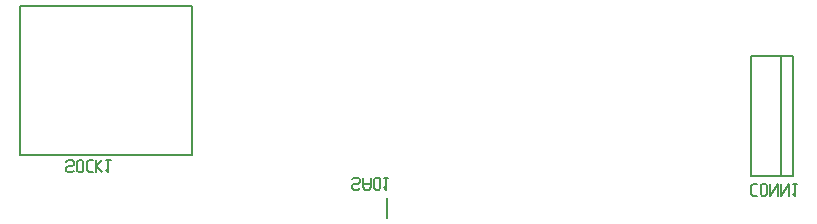
<source format=gbr>
G04 start of page 14 for group -4078 idx -4078 *
G04 Title: (unknown), bottomsilk *
G04 Creator: pcb 20140316 *
G04 CreationDate: jeu. 05 févr. 2015 15:41:37 GMT UTC *
G04 For: clement *
G04 Format: Gerber/RS-274X *
G04 PCB-Dimensions (mil): 3287.40 1358.27 *
G04 PCB-Coordinate-Origin: lower left *
%MOIN*%
%FSLAX25Y25*%
%LNBOTTOMSILK*%
%ADD200C,0.0060*%
%ADD199C,0.0059*%
G54D199*X261890Y88898D02*Y48898D01*
X251890D02*X265827D01*
X251890Y88898D02*X265827D01*
X251890D02*Y48898D01*
X265827Y88898D02*Y48898D01*
X130531Y41713D02*Y35059D01*
X8366Y105512D02*X65650D01*
X8366Y55906D02*X65650D01*
Y105512D02*Y55906D01*
X8366Y105512D02*Y55906D01*
G54D200*X252669Y46339D02*X253969D01*
X251969Y45639D02*X252669Y46339D01*
X251969Y43039D02*Y45639D01*
Y43039D02*X252669Y42339D01*
X253969D01*
X255169Y42839D02*Y45839D01*
Y42839D02*X255669Y42339D01*
X256669D01*
X257169Y42839D01*
Y45839D01*
X256669Y46339D02*X257169Y45839D01*
X255669Y46339D02*X256669D01*
X255169Y45839D02*X255669Y46339D01*
X258369Y42339D02*Y46339D01*
Y42339D02*X260869Y46339D01*
Y42339D02*Y46339D01*
X262069Y42339D02*Y46339D01*
Y42339D02*X264569Y46339D01*
Y42339D02*Y46339D01*
X265769Y43139D02*X266569Y42339D01*
Y46339D01*
X265769D02*X267269D01*
X120937Y44465D02*X121437Y44965D01*
X119437Y44465D02*X120937D01*
X118937Y44965D02*X119437Y44465D01*
X118937Y44965D02*Y45965D01*
X119437Y46465D01*
X120937D01*
X121437Y46965D01*
Y47965D01*
X120937Y48465D02*X121437Y47965D01*
X119437Y48465D02*X120937D01*
X118937Y47965D02*X119437Y48465D01*
X122637Y45465D02*Y48465D01*
Y45465D02*X123337Y44465D01*
X124437D01*
X125137Y45465D01*
Y48465D01*
X122637Y46465D02*X125137D01*
X126337Y44965D02*Y47965D01*
Y44965D02*X126837Y44465D01*
X127837D01*
X128337Y44965D01*
Y47965D01*
X127837Y48465D02*X128337Y47965D01*
X126837Y48465D02*X127837D01*
X126337Y47965D02*X126837Y48465D01*
X129537Y45265D02*X130337Y44465D01*
Y48465D01*
X129537D02*X131037D01*
X25622Y50213D02*X26122Y50713D01*
X24122Y50213D02*X25622D01*
X23622Y50713D02*X24122Y50213D01*
X23622Y50713D02*Y51713D01*
X24122Y52213D01*
X25622D01*
X26122Y52713D01*
Y53713D01*
X25622Y54213D02*X26122Y53713D01*
X24122Y54213D02*X25622D01*
X23622Y53713D02*X24122Y54213D01*
X27322Y50713D02*Y53713D01*
Y50713D02*X27822Y50213D01*
X28822D01*
X29322Y50713D01*
Y53713D01*
X28822Y54213D02*X29322Y53713D01*
X27822Y54213D02*X28822D01*
X27322Y53713D02*X27822Y54213D01*
X31222D02*X32522D01*
X30522Y53513D02*X31222Y54213D01*
X30522Y50913D02*Y53513D01*
Y50913D02*X31222Y50213D01*
X32522D01*
X33722D02*Y54213D01*
Y52213D02*X35722Y50213D01*
X33722Y52213D02*X35722Y54213D01*
X36922Y51013D02*X37722Y50213D01*
Y54213D01*
X36922D02*X38422D01*
M02*

</source>
